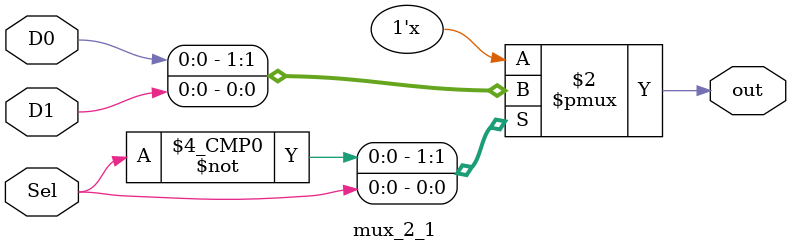
<source format=v>
module mux_2_1(out, D0, D1,Sel);
    input  D0, D1;
    input Sel; 
    output reg out;
    always @(*)
    begin
    case(Sel)
    1'b0: out<=D0;
    1'b1: out<=D1;
    default: out<=1'b0;
    endcase
    end
endmodule
</source>
